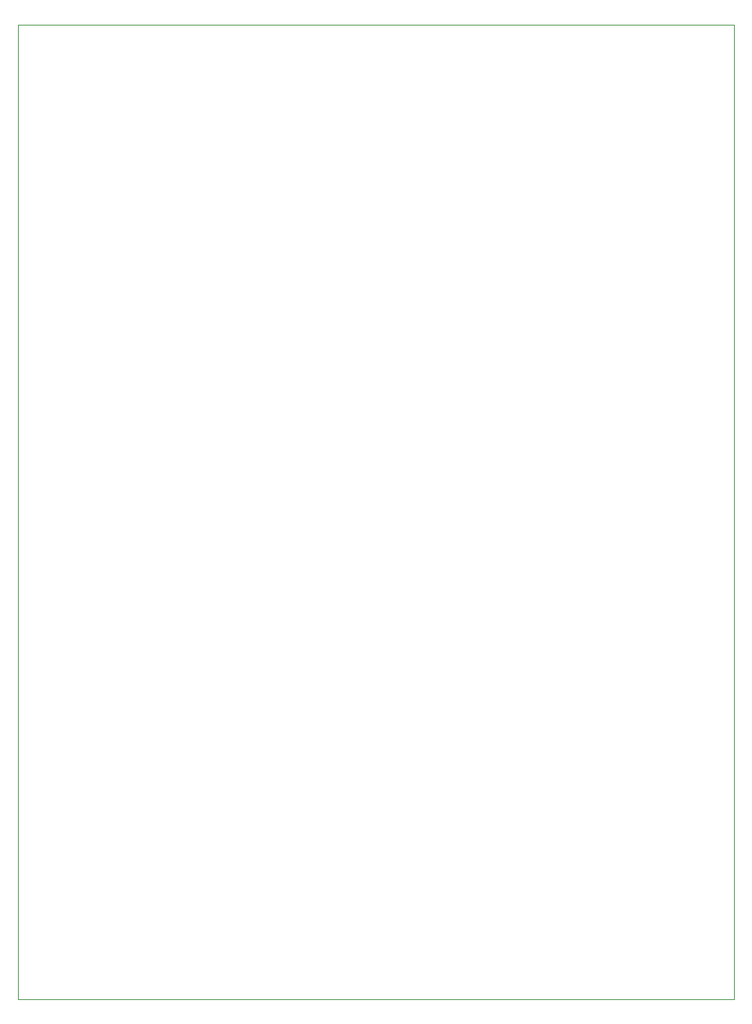
<source format=gbr>
%TF.GenerationSoftware,KiCad,Pcbnew,(6.0.11)*%
%TF.CreationDate,2023-07-06T15:41:22+01:00*%
%TF.ProjectId,Quango_Controls,5175616e-676f-45f4-936f-6e74726f6c73,rev?*%
%TF.SameCoordinates,Original*%
%TF.FileFunction,Profile,NP*%
%FSLAX46Y46*%
G04 Gerber Fmt 4.6, Leading zero omitted, Abs format (unit mm)*
G04 Created by KiCad (PCBNEW (6.0.11)) date 2023-07-06 15:41:22*
%MOMM*%
%LPD*%
G01*
G04 APERTURE LIST*
%TA.AperFunction,Profile*%
%ADD10C,0.100000*%
%TD*%
G04 APERTURE END LIST*
D10*
X50100000Y-39000000D02*
X130900000Y-39000000D01*
X130900000Y-39000000D02*
X130900000Y-149000000D01*
X130900000Y-149000000D02*
X50100000Y-149000000D01*
X50100000Y-149000000D02*
X50100000Y-39000000D01*
M02*

</source>
